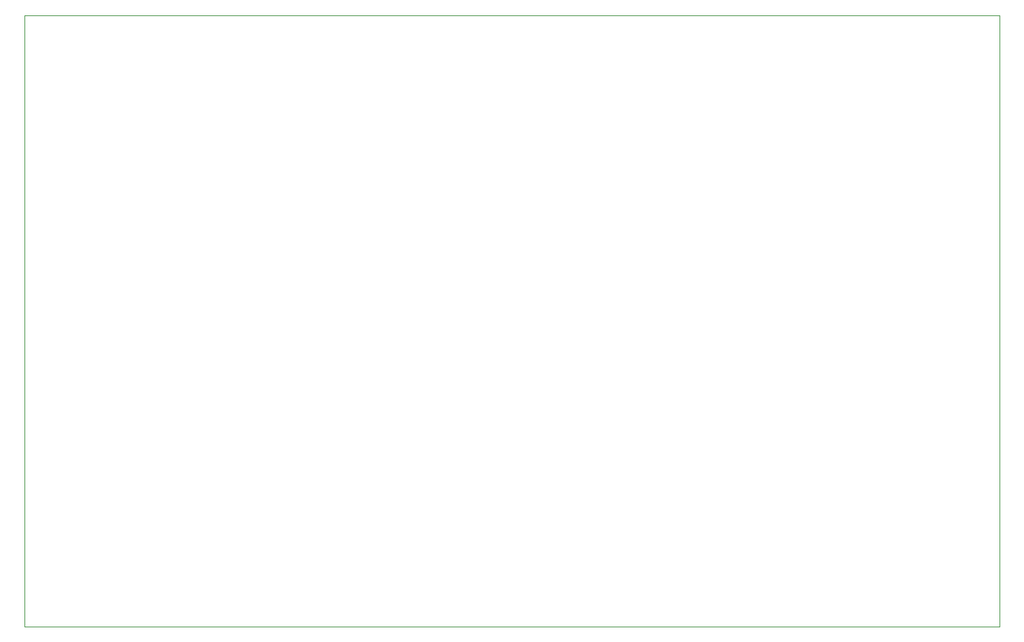
<source format=gm1>
G04 #@! TF.GenerationSoftware,KiCad,Pcbnew,5.1.9-73d0e3b20d~88~ubuntu18.04.1*
G04 #@! TF.CreationDate,2021-10-16T20:22:12+02:00*
G04 #@! TF.ProjectId,VFODial,56464f44-6961-46c2-9e6b-696361645f70,rev?*
G04 #@! TF.SameCoordinates,Original*
G04 #@! TF.FileFunction,Profile,NP*
%FSLAX46Y46*%
G04 Gerber Fmt 4.6, Leading zero omitted, Abs format (unit mm)*
G04 Created by KiCad (PCBNEW 5.1.9-73d0e3b20d~88~ubuntu18.04.1) date 2021-10-16 20:22:12*
%MOMM*%
%LPD*%
G01*
G04 APERTURE LIST*
G04 #@! TA.AperFunction,Profile*
%ADD10C,0.050000*%
G04 #@! TD*
G04 APERTURE END LIST*
D10*
X20100000Y-187400000D02*
X20100000Y-187300000D01*
X138100000Y-187400000D02*
X20100000Y-187400000D01*
X138100000Y-113400000D02*
X138100000Y-187400000D01*
X20100000Y-113400000D02*
X138100000Y-113400000D01*
X20100000Y-187300000D02*
X20100000Y-113400000D01*
M02*

</source>
